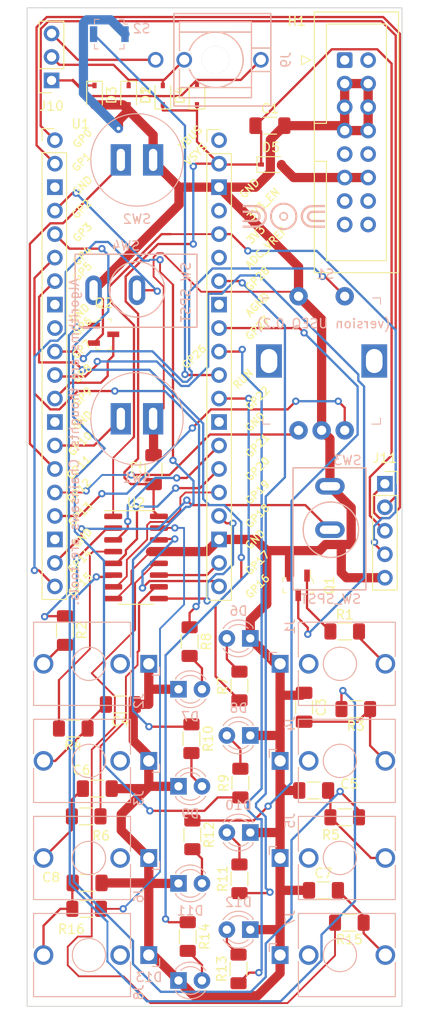
<source format=kicad_pcb>
(kicad_pcb (version 20211014) (generator pcbnew)
  (layers (0 "F.Cu" signal) (31 "B.Cu" signal) (34 "B.Paste" user) (35 "F.Paste" user) (36 "B.SilkS" user "B.Silkscreen") (37 "F.SilkS" user "F.Silkscreen") (38 "B.Mask" user) (39 "F.Mask" user) (44 "Edge.Cuts" user))
  (net 0 "")
  (net 1 "/5V")
  (net 2 "GND")
  (net 3 "Net-(C3-Pad2)")
  (net 4 "Net-(C4-Pad2)")
  (net 5 "Net-(D1-Pad2)")
  (net 6 "Net-(D5-Pad2)")
  (net 7 "Net-(D6-Pad2)")
  (net 8 "Net-(D7-Pad2)")
  (net 9 "Net-(D8-Pad2)")
  (net 10 "Net-(D9-Pad2)")
  (net 11 "Net-(D10-Pad2)")
  (net 12 "Net-(D11-Pad2)")
  (net 13 "Net-(D12-Pad2)")
  (net 14 "Net-(D13-Pad2)")
  (net 23 "Net-(J1-PadT)")
  (net 25 "Net-(D3-Pad1)")
  (net 29 "Net-(J2-PadT)")
  (net 31 "Net-(C5-Pad2)")
  (net 33 "Net-(C6-Pad2)")
  (net 35 "Net-(C7-Pad2)")
  (net 37 "Net-(Q1-Pad3)")
  (net 38 "Net-(Q2-Pad3)")
  (net 40 "/PWM Out 2")
  (net 41 "/D Out 1")
  (net 42 "/D Out 2")
  (net 43 "Net-(R7-Pad1)")
  (net 44 "Net-(R8-Pad1)")
  (net 45 "Net-(R9-Pad1)")
  (net 46 "Net-(R10-Pad1)")
  (net 47 "Net-(R11-Pad1)")
  (net 48 "Net-(R12-Pad1)")
  (net 49 "Net-(R13-Pad1)")
  (net 50 "Net-(R14-Pad1)")
  (net 51 "/D Out 3")
  (net 52 "/D Out 4")
  (net 54 "Net-(S1-Pad1)")
  (net 55 "Net-(S1-PadA)")
  (net 56 "Net-(S1-PadB)")
  (net 57 "Net-(S2-Pad2)")
  (net 58 "Net-(SW1-Pad2)")
  (net 59 "Net-(SW2-Pad2)")
  (net 60 "Net-(SW3-Pad2)")
  (net 61 "Net-(SW4-Pad2)")
  (net 62 "Net-(J11-Pad1)")
  (net 63 "Net-(J11-Pad2)")
  (net 68 "Net-(U1-Pad21)")
  (net 69 "Net-(U1-Pad22)")
  (net 70 "Net-(U1-Pad24)")
  (net 71 "Net-(U1-Pad25)")
  (net 72 "Net-(U1-Pad26)")
  (net 73 "Net-(U1-Pad27)")
  (net 77 "Net-(C8-Pad2)")
  (net 80 "Net-(J10-Pad3)")
  (net 81 "/PWM Out 1")
  (net 82 "/3V3")
  (net 83 "Net-(Q1-Pad1)")
  (net 84 "Net-(Q2-Pad1)")
  (footprint "Package_SO:SOIC-16_3.9x9.9mm_P1.27mm" (layer "F.Cu") (at 157.4 79.5)
    (fp_text reference "U2")
    (fp_text value "4504")
  )
  (footprint "Resistor_SMD:R_1206_3216Metric_Pad1.30x1.75mm_HandSolder" (layer "F.Cu") (at 163.4 99.1 -90)
    (fp_text reference "R10")
    (fp_text value "1k")
  )
  (footprint "Resistor_SMD:R_1206_3216Metric_Pad1.30x1.75mm_HandSolder" (layer "F.Cu") (at 180.5 119 180)
    (fp_text reference "R15")
    (fp_text value "1k")
  )
  (footprint "Resistor_SMD:R_1206_3216Metric_Pad1.30x1.75mm_HandSolder" (layer "F.Cu") (at 149.7 87.4 -90)
    (fp_text reference "R2")
    (fp_text value "100k")
  )
  (footprint "Capacitor_SMD:C_1206_3216Metric_Pad1.33x1.80mm_HandSolder" (layer "F.Cu") (at 153.2 104.5 180)
    (fp_text reference "C6")
    (fp_text value "(10n)")
  )
  (footprint "Resistor_SMD:R_1206_3216Metric_Pad1.30x1.75mm_HandSolder" (layer "F.Cu") (at 181.2 95.9 180)
    (fp_text reference "R3")
    (fp_text value "1k")
  )
  (footprint "Capacitor_SMD:C_1206_3216Metric_Pad1.33x1.80mm_HandSolder" (layer "F.Cu") (at 175.6 95.7 -90)
    (fp_text reference "C3")
    (fp_text value "10n")
  )
  (footprint "digikey-footprints:SOT-23-3" (layer "F.Cu") (at 174.966 82.506 -90)
    (fp_text reference "Q1")
    (fp_text value "2N3904")
  )
  (footprint "MCU_RaspberryPi_and_Boards:RPi_Pico_Pinheaders" (layer "F.Cu") (at 157.5 58.5)
    (fp_text reference "U1")
    (fp_text value "Pico")
  )
  (footprint "Capacitor_SMD:C_1206_3216Metric_Pad1.33x1.80mm_HandSolder" (layer "F.Cu") (at 155.7 95.4 180)
    (fp_text reference "C4")
    (fp_text value "10n")
  )
  (footprint "Resistor_SMD:R_1206_3216Metric_Pad1.30x1.75mm_HandSolder" (layer "F.Cu") (at 152.05 117.5)
    (fp_text reference "R16")
    (fp_text value "1k")
  )
  (footprint "Resistor_SMD:R_1206_3216Metric_Pad1.30x1.75mm_HandSolder" (layer "F.Cu") (at 163 120.5 -90)
    (fp_text reference "R14")
    (fp_text value "1k")
  )
  (footprint "Diode_SMD:D_SOD-323" (layer "F.Cu") (at 152.9 29.5 -90)
    (fp_text reference "D3")
    (fp_text value "1N5819")
  )
  (footprint "Resistor_SMD:R_1206_3216Metric_Pad1.30x1.75mm_HandSolder" (layer "F.Cu") (at 180 107.6)
    (fp_text reference "R5")
    (fp_text value "1k")
  )
  (footprint "Connector_PinSocket_2.54mm:PinSocket_1x03_P2.54mm_Vertical" (layer "F.Cu") (at 148.25 27.905 180)
    (fp_text reference "J10")
    (fp_text value "Conn_01x03")
  )
  (footprint "Capacitor_SMD:C_1206_3216Metric_Pad1.33x1.80mm_HandSolder" (layer "F.Cu") (at 177.7 115.5)
    (fp_text reference "C7")
    (fp_text value "(10n)")
  )
  (footprint "Resistor_SMD:R_1206_3216Metric_Pad1.30x1.75mm_HandSolder" (layer "F.Cu") (at 163.5 109.5 -90)
    (fp_text reference "R12")
    (fp_text value "1k")
  )
  (footprint "Resistor_SMD:R_1206_3216Metric_Pad1.30x1.75mm_HandSolder" (layer "F.Cu") (at 180 87.5)
    (fp_text reference "R1")
    (fp_text value "100k")
  )
  (footprint "Capacitor_SMD:C_1206_3216Metric_Pad1.33x1.80mm_HandSolder" (layer "F.Cu") (at 152.1 114.7 180)
    (fp_text reference "C8")
    (fp_text value "(10n)")
  )
  (footprint "Connector_IDC:IDC-Header_2x08_P2.54mm_Vertical" (layer "F.Cu") (at 179.9975 25.71)
    (fp_text reference "H1")
    (fp_text value "PIN_HEADER_2x8")
  )
  (footprint "Diode_SMD:D_SOD-323" (layer "F.Cu") (at 164 29.5 90)
    (fp_text reference "D4")
    (fp_text value "1N5819")
  )
  (footprint "Resistor_SMD:R_1206_3216Metric_Pad1.30x1.75mm_HandSolder" (layer "F.Cu") (at 152 107.5)
    (fp_text reference "R6")
    (fp_text value "1k")
  )
  (footprint "Resistor_SMD:R_1206_3216Metric_Pad1.30x1.75mm_HandSolder" (layer "F.Cu") (at 168.5 124 90)
    (fp_text reference "R13")
    (fp_text value "1k")
  )
  (footprint "digikey-footprints:SOT-23-3" (layer "F.Cu") (at 153.884 55.362)
    (fp_text reference "Q2")
    (fp_text value "2N3904")
  )
  (footprint "Diode_SMD:D_SOD-323" (layer "F.Cu") (at 156.6 29.5 -90)
    (fp_text reference "D2")
    (fp_text value "1N5819")
  )
  (footprint "Resistor_SMD:R_1206_3216Metric_Pad1.30x1.75mm_HandSolder" (layer "F.Cu") (at 168.6 93.4 90)
    (fp_text reference "R7")
    (fp_text value "1k")
  )
  (footprint "Resistor_SMD:R_1206_3216Metric_Pad1.30x1.75mm_HandSolder" (layer "F.Cu") (at 168.6 114.25 90)
    (fp_text reference "R11")
    (fp_text value "1k")
  )
  (footprint "Resistor_SMD:R_1206_3216Metric_Pad1.30x1.75mm_HandSolder" (layer "F.Cu") (at 163.2 88.6 -90)
    (fp_text reference "R8")
    (fp_text value "1k")
  )
  (footprint "Capacitor_SMD:C_1206_3216Metric_Pad1.33x1.80mm_HandSolder" (layer "F.Cu") (at 171.9 32.8)
    (fp_text reference "C1")
    (fp_text value "10u")
  )
  (footprint "Diode_SMD:D_SOD-323" (layer "F.Cu") (at 172 37)
    (fp_text reference "D5")
    (fp_text value "1N5819")
  )
  (footprint "Capacitor_SMD:C_1206_3216Metric_Pad1.33x1.80mm_HandSolder" (layer "F.Cu") (at 159.3 70 90)
    (fp_text reference "C2")
    (fp_text value "100n")
  )
  (footprint "Capacitor_SMD:C_1206_3216Metric_Pad1.33x1.80mm_HandSolder" (layer "F.Cu") (at 176.6375 104.7)
    (fp_text reference "C5")
    (fp_text value "(10n)")
  )
  (footprint "Resistor_SMD:R_1206_3216Metric_Pad1.30x1.75mm_HandSolder" (layer "F.Cu") (at 168.7 103.9 90)
    (fp_text reference "R9")
    (fp_text value "1k")
  )
  (footprint "Resistor_SMD:R_1206_3216Metric_Pad1.30x1.75mm_HandSolder" (layer "F.Cu") (at 150.6 98 180)
    (fp_text reference "R4")
    (fp_text value "1k")
  )
  (footprint "Diode_SMD:D_SOD-323" (layer "F.Cu") (at 160.3 29.5 90)
    (fp_text reference "D1")
    (fp_text value "1N5819")
  )
  (footprint "Connector_PinSocket_2.54mm:PinSocket_1x05_P2.54mm_Vertical" (layer "F.Cu") (at 184.35 71.53)
    (fp_text reference "J11")
    (fp_text value "Conn_01x05")
  )
  (footprint "benjiaomodular:ToggleSwitch_MTS-101_SPST" (layer "B.Cu") (at 178.5 76.5 180)
    (fp_text reference "SW3")
    (fp_text value "SW_SPST")
  )
  (footprint "Eurocad:PBS-105" (layer "B.Cu") (at 157.5 36.5 180)
    (fp_text reference "SW2")
    (fp_text value "SW_Push")
  )
  (footprint "LED_THT:LED_D3.0mm" (layer "B.Cu") (at 169.775 119.75 180)
    (fp_text reference "D12")
    (fp_text value "LED")
  )
  (footprint "LED_THT:LED_D3.0mm" (layer "B.Cu") (at 169.775 88.25 180)
    (fp_text reference "D6")
    (fp_text value "LED")
  )
  (footprint "digikey-footprints:Switch_Tactile_SMD_B3U-1000P" (layer "B.Cu") (at 154.5 22.9 180)
    (fp_text reference "S2")
    (fp_text value "B3U-1000P")
  )
  (footprint "LOGO" (layer "B.Cu") (at 173.4 42.6 180)
    (fp_text reference "G***" hide)
    (fp_text value "LOGO" hide)
  )
  (footprint "Eurocad:PBS-105" (layer "B.Cu") (at 157.5 64.5 180)
    (fp_text reference "SW1")
    (fp_text value "SW_Push")
  )
  (footprint "Connector_Audio:Jack_3.5mm_QingPu_WQP-PJ398SM_Vertical_CircularHoles" (layer "B.Cu") (at 173 122.5 -90)
    (fp_text reference "J7")
    (fp_text value "AudioJack2_SwitchT")
  )
  (footprint "LED_THT:LED_D3.0mm" (layer "B.Cu") (at 162 125.25)
    (fp_text reference "D13")
    (fp_text value "LED")
  )
  (footprint "Connector_Audio:Jack_3.5mm_QingPu_WQP-PJ398SM_Vertical_CircularHoles" (layer "B.Cu") (at 173 101.5 -90)
    (fp_text reference "J4")
    (fp_text value "AudioJack2_SwitchT")
  )
  (footprint "LED_THT:LED_D3.0mm" (layer "B.Cu") (at 162 93.75)
    (fp_text reference "D7")
    (fp_text value "LED")
  )
  (footprint "Connector_Audio:Jack_3.5mm_QingPu_WQP-PJ398SM_Vertical_CircularHoles" (layer "B.Cu") (at 158.78 101.5 90)
    (fp_text reference "J3")
    (fp_text value "AudioJack2_SwitchT")
  )
  (footprint "LED_THT:LED_D3.0mm" (layer "B.Cu") (at 162 104.25)
    (fp_text reference "D9")
    (fp_text value "LED")
  )
  (footprint "w_connector:PJ366ST" (layer "B.Cu") (at 166 25.675 90)
    (fp_text reference "J9")
    (fp_text value "PJ366ST")
  )
  (footprint "Connector_Audio:Jack_3.5mm_QingPu_WQP-PJ398SM_Vertical_CircularHoles" (layer "B.Cu") (at 173 91 -90)
    (fp_text reference "J1")
    (fp_text value "AudioJack2_SwitchT")
  )
  (footprint "Connector_Audio:Jack_3.5mm_QingPu_WQP-PJ398SM_Vertical_CircularHoles" (layer "B.Cu") (at 158.78 122.5 90)
    (fp_text reference "J8")
    (fp_text value "AudioJack2_SwitchT")
  )
  (footprint "Connector_Audio:Jack_3.5mm_QingPu_WQP-PJ398SM_Vertical_CircularHoles" (layer "B.Cu") (at 158.78 112 90)
    (fp_text reference "J6")
    (fp_text value "AudioJack2_SwitchT")
  )
  (footprint "LED_THT:LED_D3.0mm" (layer "B.Cu") (at 162 114.75)
    (fp_text reference "D11")
    (fp_text value "LED")
  )
  (footprint "LED_THT:LED_D3.0mm" (layer "B.Cu") (at 169.775 109.25 180)
    (fp_text reference "D10")
    (fp_text value "LED")
  )
  (footprint "digikey-footprints:Rotary_Encoder_Switched_PEC11R" (layer "B.Cu") (at 183.2 58.25 180)
    (fp_text reference "S1")
    (fp_text value "PEC11R-4215F-S0024")
  )
  (footprint "Connector_Audio:Jack_3.5mm_QingPu_WQP-PJ398SM_Vertical_CircularHoles" (layer "B.Cu") (at 158.78 91 90)
    (fp_text reference "J2")
    (fp_text value "AudioJack2_SwitchT")
  )
  (footprint "LED_THT:LED_D3.0mm" (layer "B.Cu") (at 169.775 98.75 180)
    (fp_text reference "D8")
    (fp_text value "LED")
  )
  (footprint "benjiaomodular:ToggleSwitch_MTS-101_SPST" (layer "B.Cu") (at 157.5 50.5 -90)
    (fp_text reference "SW4")
    (fp_text value "SW_SPST")
  )
  (footprint "Connector_Audio:Jack_3.5mm_QingPu_WQP-PJ398SM_Vertical_CircularHoles" (layer "B.Cu") (at 173 112 -90)
    (fp_text reference "J5")
    (fp_text value "AudioJack2_SwitchT")
  )
  (gr_rect (start 145.6 20.05) (end 186.2 128.05) (layer "Edge.Cuts") (width 0.1) (fill none))
  (gr_text "Algorithms are thoughts. Chainsaws are tools." (at 150.7 67 90) (layer "B.SilkS") (effects (font (size 1 1)) (justify mirror)))
  (gr_text "(version USEQ 0.2)" (at 177.7 54.2) (layer "B.SilkS") (effects (font (size 1 1)) (justify mirror)))
  (segment (start 164 34.52) (end 166.39 36.91) (width 0.25) (layer "F.Cu") (net 1))
  (segment (start 185.074991 68.455987) (end 182.725969 70.805009) (width 0.25) (layer "F.Cu") (net 1))
  (segment (start 157.624031 53.155763) (end 156.27548 51.807212) (width 0.25) (layer "F.Cu") (net 1))
  (segment (start 160.3 31.15) (end 160.3 30.55) (width 0.25) (layer "F.Cu") (net 1))
  (segment (start 164 31.15) (end 164 30.55) (width 0.25) (layer "F.Cu") (net 1))
  (segment (start 159.3 71.5625) (end 156.837886 71.5625) (width 0.25) (layer "F.Cu") (net 1))
  (segment (start 170.95 37) (end 170.95 33.4125) (width 0.25) (layer "F.Cu") (net 1))
  (segment (start 160.3 31.15) (end 164 31.15) (width 0.25) (layer "F.Cu") (net 1))
  (segment (start 163.6 37.2) (end 163.89 36.91) (width 0.25) (layer "F.Cu") (net 1))
  (segment (start 156.150969 70.875583) (end 156.150969 70.275377) (width 0.25) (layer "F.Cu") (net 1))
  (segment (start 185.074991 26.09) (end 185.074991 68.455987) (width 0.25) (layer "F.Cu") (net 1))
  (segment (start 170.95 33.4125) (end 170.3375 32.8) (width 0.25) (layer "F.Cu") (net 1))
  (segment (start 182.725969 74.985969) (end 184.35 76.61) (width 0.25) (layer "F.Cu") (net 1))
  (segment (start 156.27548 51.807212) (end 156.27548 49.10404) (width 0.25) (layer "F.Cu") (net 1))
  (segment (start 183.52048 24.535489) (end 185.074991 26.09) (width 0.25) (layer "F.Cu") (net 1))
  (segment (start 178.602011 24.535489) (end 183.52048 24.535489) (width 0.25) (layer "F.Cu") (net 1))
  (segment (start 170.95 37) (end 166.48 37) (width 0.25) (layer "F.Cu") (net 1))
  (segment (start 170.35 32.8125) (end 170.3375 32.8) (width 1) (layer "F.Cu") (net 1))
  (segment (start 156.150969 70.275377) (end 157.624031 68.802315) (width 0.25) (layer "F.Cu") (net 1))
  (segment (start 170.3375 32.8) (end 178.602011 24.535489) (width 0.25) (layer "F.Cu") (net 1))
  (segment (start 182.725969 70.805009) (end 182.725969 74.985969) (width 0.25) (layer "F.Cu") (net 1))
  (segment (start 166.48 37) (end 166.39 36.91) (width 0.25) (layer "F.Cu") (net 1))
  (segment (start 163.89 36.91) (end 166.39 36.91) (width 0.25) (layer "F.Cu") (net 1))
  (segment (start 170.86 36.91) (end 170.95 37) (width 0.25) (layer "F.Cu") (net 1))
  (segment (start 164 31.15) (end 164 34.52) (width 0.25) (layer "F.Cu") (net 1))
  (segment (start 159.3 71.5625) (end 159.3 74.48) (width 0.25) (layer "F.Cu") (net 1))
  (segment (start 156.837886 71.5625) (end 156.150969 70.875583) (width 0.25) (layer "F.Cu") (net 1))
  (segment (start 157.624031 68.802315) (end 157.624031 53.155763) (width 0.25) (layer "F.Cu") (net 1))
  (segment (start 159.77952 45.6) (end 163.6 45.6) (width 0.25) (layer "F.Cu") (net 1))
  (segment (start 159.3 74.48) (end 159.875 75.055) (width 0.25) (layer "F.Cu") (net 1))
  (segment (start 156.27548 49.10404) (end 159.77952 45.6) (width 0.25) (layer "F.Cu") (net 1))
  (via (at 163.6 37.2) (size 0.8) (drill 0.4) (layers "F.Cu" "B.Cu") (net 1))
  (via (at 163.6 45.6) (size 0.8) (drill 0.4) (layers "F.Cu" "B.Cu") (net 1))
  (segment (start 163.6 45.6) (end 163.6 37.2) (width 0.25) (layer "B.Cu") (net 1))
  (segment (start 170.349022 39.45) (end 171.949511 37.849511) (width 1) (layer "F.Cu") (net 2))
  (segment (start 159.25 36.5) (end 159.25 33.8) (width 1) (layer "F.Cu") (net 2))
  (segment (start 158.78 95.38) (end 158.78 93.68) (width 1) (layer "F.Cu") (net 2))
  (segment (start 158.78 93.68) (end 158.78 91) (width 1) (layer "F.Cu") (net 2))
  (segment (start 157.2825 95.38) (end 157.2625 95.4) (width 1) (layer "F.Cu") (net 2))
  (segment (start 159.25 33.8) (end 156.6 31.15) (width 1) (layer "F.Cu") (net 2))
  (segment (start 159.3 47.010741) (end 159.3 49.12452) (width 0.2) (layer "F.Cu") (net 2))
  (segment (start 173 109.2) (end 173 104.2) (width 1) (layer "F.Cu") (net 2))
  (segment (start 177.5 53.75) (end 175 51.25) (width 1) (layer "F.Cu") (net 2))
  (segment (start 175 48.06) (end 166.39 39.45) (width 1) (layer "F.Cu") (net 2))
  (segment (start 166.39 39.45) (end 170.349022 39.45) (width 1) (layer "F.Cu") (net 2))
  (segment (start 163.64952 126.89952) (end 170.56548 126.89952) (width 1) (layer "F.Cu") (net 2))
  (segment (start 158.81 104.25) (end 162 104.25) (width 1) (layer "F.Cu") (net 2))
  (segment (start 164.44877 50.759511) (end 160.289748 46.600489) (width 0.2) (layer "F.Cu") (net 2))
  (segment (start 174.172201 78.761799) (end 177.261799 78.761799) (width 1) (layer "F.Cu") (net 2))
  (segment (start 175 51.25) (end 174.509511 50.759511) (width 0.2) (layer "F.Cu") (net 2))
  (segment (start 155.8 107.26) (end 155.8 109.02) (width 1) (layer "F.Cu") (net 2))
  (segment (start 154.925 83.945) (end 155.265717 83.945) (width 0.2) (layer "F.Cu") (net 2))
  (segment (start 159.710252 46.600489) (end 159.3 47.010741) (width 0.2) (layer "F.Cu") (net 2))
  (segment (start 152.834 56.312) (end 153.808511 55.337489) (width 0.25) (layer "F.Cu") (net 2))
  (segment (start 175 51.25) (end 175 48.06) (width 1) (layer "F.Cu") (net 2))
  (segment (start 158.81 104.25) (end 155.8 107.26) (width 1) (layer "F.Cu") (net 2))
  (segment (start 175.075 104.7) (end 173.5 104.7) (width 1) (layer "F.Cu") (net 2))
  (segment (start 173 94.4) (end 173 91) (width 1) (layer "F.Cu") (net 2))
  (segment (start 159.3 68.4375) (end 159.3 64.55) (width 1) (layer "F.Cu") (net 2))
  (segment (start 158.968598 78.865) (end 159.875 78.865) (width 1) (layer "F.Cu") (net 2))
  (segment (start 180.18 81.69) (end 179.62952 81.13952) (width 1) (layer "F.Cu") (net 2))
  (segment (start 169.775 86.248598) (end 171.561799 84.461799) (width 1) (layer "F.Cu") (net 2))
  (segment (start 159.25 36.65) (end 162.05 39.45) (width 1) (layer "F.Cu") (net 2))
  (segment (start 169.775 88.25) (end 169.775 86.248598) (width 1) (layer "F.Cu") (net 2))
  (segment (start 173 122.5) (end 173 119.8) (width 1) (layer "F.Cu") (net 2))
  (segment (start 172.95 109.25) (end 169.775 109.25) (width 1) (layer "F.Cu") (net 2))
  (segment (start 182.5375 30.79) (end 182.5375 28.25) (width 1) (layer "F.Cu") (net 2))
  (segment (start 184.35 81.69) (end 180.18 81.69) (width 1) (layer "F.Cu") (net 2))
  (segment (start 173 124.465) (end 173 122.5) (width 1) (layer "F.Cu") (net 2))
  (segment (start 160.289748 46.600489) (end 159.710252 46.600489) (width 0.2) (layer "F.Cu") (net 2))
  (segment (start 173 91) (end 172.525 91) (width 1) (layer "F.Cu") (net 2))
  (segment (start 158.56 104.5) (end 158.78 104.28) (width 1) (layer "F.Cu") (net 2))
  (segment (start 158.78 100.98) (end 157.1 99.3) (width 1) (layer "F.Cu") (net 2))
  (segment (start 159.25 122.5) (end 162 125.25) (width 1) (layer "F.Cu") (net 2))
  (segment (start 153.6625 114.7) (end 158.66 114.7) (width 1) (layer "F.Cu") (net 2))
  (segment (start 171.561799 78.761799) (end 174.172201 78.761799) (width 1) (layer "F.Cu") (net 2))
  (segment (start 159.05 114.75) (end 162 114.75) (width 1) (layer "F.Cu") (net 2))
  (segment (start 155.5 33.1) (end 155.5 32.25) (width 1) (layer "F.Cu") (net 2))
  (segment (start 154.7625 104.5) (end 158.56 104.5) (width 1) (layer "F.Cu") (net 2))
  (segment (start 156.9 82.310717) (end 156.9 80.933598) (width 0.2) (layer "F.Cu") (net 2))
  (segment (start 178.4 71.8) (end 178.4 66.65) (width 1) (layer "F.Cu") (net 2))
  (segment (start 171.949511 37.849511) (end 171.949511 34.312989) (width 1) (layer "F.Cu") (net 2))
  (segment (start 159.3 49.12452) (end 160.399511 50.224031) (width 0.2) (layer "F.Cu") (net 2))
  (segment (start 158.78 104.28) (end 158.81 104.25) (width 1) (layer "F.Cu") (net 2))
  (segment (start 173 98.1) (end 173 94.4) (width 1) (layer "F.Cu") (net 2))
  (segment (start 182.5375 33.33) (end 182.5375 30.79) (width 1) (layer "F.Cu") (net 2))
  (segment (start 155.5 32.25) (end 156.6 31.15) (width 1) (layer "F.Cu") (net 2))
  (segment (start 158.78 115.02) (end 158.78 114.58) (width 1) (layer "F.Cu") (net 2))
  (segment (start 158.66 114.7) (end 158.78 114.58) (width 1) (layer "F.Cu") (net 2))
  (segment (start 178.4 66.65) (end 177.5 65.75) (width 1) (layer "F.Cu") (net 2))
  (segment (start 157.1 99.3) (end 157.1 95.5625) (width 1) (layer "F.Cu") (net 2))
  (segment (start 162.05 41.35) (end 162.05 39.45) (width 1) (layer "F.Cu") (net 2))
  (segment (start 158.78 104.28) (end 158.78 101.5) (width 1) (layer "F.Cu") (net 2))
  (segment (start 174.016 81.456) (end 174.016 78.918) (width 1) (layer "F.Cu") (net 2))
  (segment (start 171.561799 84.461799) (end 171.561799 84.549299) (width 1) (layer "F.Cu") (net 2))
  (segment (start 166.39 77.55) (end 165.075 78.865) (width 1) (layer "F.Cu") (net 2))
  (segment (start 171.949511 34.312989) (end 173.4625 32.8) (width 1) (layer "F.Cu") (net 2))
  (segment (start 177.261799 78.761799) (end 177.924078 78.09952) (width 1) (layer "F.Cu") (net 2))
  (segment (start 158.78 93.68) (end 158.85 93.75) (width 1) (layer "F.Cu") (net 2))
  (segment (start 155.8 109.02) (end 158.78 112) (width 1) (layer "F.Cu") (net 2))
  (segment (start 173 119.8) (end 172.95 119.75) (width 1) (layer "F.Cu") (net 2))
  (segment (start 172.95 119.75) (end 169.775 119.75) (width 1) (layer "F.Cu") (net 2))
  (segment (start 179.62952 81.13952) (end 179.62952 78.09952) (width 1) (layer "F.Cu") (net 2))
  (segment (start 155.265717 83.945) (end 156.9 82.310717) (width 0.2) (layer "F.Cu") (net 2))
  (segment (start 160.399511 50.224031) (end 160.399511 63.350489) (width 0.2) (layer "F.Cu") (net 2))
  (segment (start 153.808511 51.608511) (end 152.8 50.6) (width 0.25) (layer "F.Cu") (net 2))
  (segment (start 157.1 95.5625) (end 157.2625 95.4) (width 1) (layer "F.Cu") (net 2))
  (segment (start 179.9975 30.79) (end 179.9975 33.33) (width 1) (layer "F.Cu") (net 2))
  (segment (start 158.78 101.5) (end 158.78 100.98) (width 1) (layer "F.Cu") (net 2))
  (segment (start 166.39 77.55) (end 170.35 77.55) (width 1) (layer "F.Cu") (net 2))
  (segment (start 177.924078 78.09952) (end 179.62952 78.09952) (width 1) (layer "F.Cu") (net 2))
  (segment (start 177.5 65.75) (end 177.5 53.75) (width 1) (layer "F.Cu") (net 2))
  (segment (start 160.399511 63.350489) (end 159.25 64.5) (width 0.2) (layer "F.Cu") (net 2))
  (segment (start 173 112) (end 173 109.2) (width 1) (layer "F.Cu") (net 2))
  (segment (start 171.561799 84.461799) (end 171.561799 78.761799) (width 1) (layer "F.Cu") (net 2))
  (segment (start 158.78 95.38) (end 157.2825 95.38) (width 1) (layer "F.Cu") (net 2))
  (segment (start 159.25 36.5) (end 159.25 36.65) (width 1) (layer "F.Cu") (net 2))
  (segment (start 173 104.2) (end 173 101.5) (width 1) (layer "F.Cu") (net 2))
  (segment (start 156 30.55) (end 152.9 30.55) (width 1) (layer "F.Cu") (net 2))
  (segment (start 173 101.5) (end 173 98.1) (width 1) (layer "F.Cu") (net 2))
  (segment (start 182.5375 28.25) (end 179.9975 28.25) (width 1) (layer "F.Cu") (net 2))
  (segment (start 162.05 39.45) (end 166.39 39.45) (width 1) (layer "F.Cu") (net 2))
  (segment (start 153.808511 55.337489) (end 153.808511 51.608511) (width 0.25) (layer "F.Cu") (net 2))
  (segment (start 152.8 50.6) (end 154.3 49.1) (width 1) (layer "F.Cu") (net 2))
  (segment (start 180.40048 78.09952) (end 180.69952 77.80048) (width 1) (layer "F.Cu") (net 2))
  (segment (start 179.9975 28.25) (end 179.9975 30.79) (width 1) (layer "F.Cu") (net 2))
  (segment (start 173 109.2) (end 172.95 109.25) (width 1) (layer "F.Cu") (net 2))
  (segment (start 158.78 122.5) (end 159.25 122.5) (width 1) (layer "F.Cu") (net 2))
  (segment (start 173 119.8) (end 173 115.5) (width 1) (layer "F.Cu") (net 2))
  (segment (start 180.69952 74.09952) (end 178.4 71.8) (width 1) (layer "F.Cu") (net 2))
  (segment (start 176.1375 115.5) (end 173 115.5) (width 1) (layer "F.Cu") (net 2))
  (segment (start 179.62952 78.09952) (end 180.40048 78.09952) (width 1) (layer "F.Cu") (net 2))
  (segment (start 158.78 115.02) (end 159.05 114.75) (width 1) (layer "F.Cu") (net 2))
  (segment (start 159.3 64.55) (end 159.25 64.5) (width 1) (layer "F.Cu") (net 2))
  (segment (start 170.56548 126.89952) (end 173 124.465) (width 1) (layer "F.Cu") (net 2))
  (segment (start 180.69952 77.80048) (end 180.69952 74.09952) (width 1) (layer "F.Cu") (net 2))
  (segment (start 173.5 104.7) (end 173 104.2) (width 1) (layer "F.Cu") (net 2))
  (segment (start 158.78 122.5) (end 158.78 115.02) (width 1) (layer "F.Cu") (net 2))
  (segment (start 173 115.5) (end 173 112) (width 1) (layer "F.Cu") (net 2))
  (segment (start 156.6 31.15) (end 156 30.55) (width 1) (layer "F.Cu") (net 2))
  (segment (start 174.509511 50.759511) (end 164.44877 50.759511) (width 0.2) (layer "F.Cu") (net 2))
  (segment (start 175.3375 94.4) (end 175.6 94.1375) (width 1) (layer "F.Cu") (net 2))
  (segment (start 173 94.4) (end 175.3375 94.4) (width 1) (layer "F.Cu") (net 2))
  (segment (start 154.3 49.1) (end 162.05 41.35) (width 1) (layer "F.Cu") (net 2))
  (segment (start 172.35 98.75) (end 169.775 98.75) (width 1) (layer "F.Cu") (net 2))
  (segment (start 165.075 78.865) (end 159.875 78.865) (width 1) (layer "F.Cu") (net 2))
  (segment (start 179.9975 33.33) (end 182.5375 33.33) (width 1) (layer "F.Cu") (net 2))
  (segment (start 174.016 78.918) (end 174.172201 78.761799) (width 1) (layer "F.Cu") (net 2))
  (segment (start 158.78 114.58) (end 158.78 112) (width 1) (layer "F.Cu") (net 2))
  (segment (start 158.85 93.75) (end 162 93.75) (width 1) (layer "F.Cu") (net 2))
  (segment (start 172.525 91) (end 169.775 88.25) (width 1) (layer "F.Cu") (net 2))
  (segment (start 179.4675 32.8) (end 179.9975 33.33) (width 1) (layer "F.Cu") (net 2))
  (segment (start 162 125.25) (end 163.64952 126.89952) (width 1) (layer "F.Cu") (net 2))
  (segment (start 156.9 80.933598) (end 158.968598 78.865) (width 0.2) (layer "F.Cu") (net 2))
  (segment (start 173.4625 32.8) (end 179.4675 32.8) (width 1) (layer "F.Cu") (net 2))
  (segment (start 171.561799 78.761799) (end 170.35 77.55) (width 1) (layer "F.Cu") (net 2))
  (via (at 155.5 33.1) (size 0.8) (drill 0.4) (layers "F.Cu" "B.Cu") (net 2))
  (segment (start 151.700489 29.300489) (end 155.5 33.1) (width 1) (layer "B.Cu") (net 2))
  (segment (start 152.049511 21.350489) (end 151.700489 21.699511) (width 1) (layer "B.Cu") (net 2))
  (segment (start 154.650489 21.350489) (end 152.049511 21.350489) (width 1) (layer "B.Cu") (net 2))
  (segment (start 156.2 22.9) (end 154.650489 21.350489) (width 1) (layer "B.Cu") (net 2))
  (segment (start 151.700489 21.699511) (end 151.700489 29.300489) (width 1) (layer "B.Cu") (net 2))
  (segment (start 182.75 95.9) (end 182.75 99.85) (width 0.25) (layer "F.Cu") (net 3))
  (segment (start 175.6 97.2625) (end 181.3875 97.2625) (width 0.25) (layer "F.Cu") (net 3))
  (segment (start 182.75 99.85) (end 184.4 101.5) (width 0.25) (layer "F.Cu") (net 3))
  (segment (start 181.3875 97.2625) (end 182.75 95.9) (width 0.25) (layer "F.Cu") (net 3))
  (segment (start 152.15 98) (end 152.15 97.3875) (width 0.25) (layer "F.Cu") (net 4))
  (segment (start 147.38 101.5) (end 148.65 101.5) (width 0.25) (layer "F.Cu") (net 4))
  (segment (start 148.65 101.5) (end 152.15 98) (width 0.25) (layer "F.Cu") (net 4))
  (segment (start 152.15 97.3875) (end 154.1375 95.4) (width 0.25) (layer "F.Cu") (net 4))
  (segment (start 148.25 25.365) (end 149.1 26.215) (width 0.25) (layer "F.Cu") (net 5))
  (segment (start 154.965 26.215) (end 156.6 27.85) (width 0.25) (layer "F.Cu") (net 5))
  (segment (start 149.1 26.215) (end 154.965 26.215) (width 0.25) (layer "F.Cu") (net 5))
  (segment (start 160.445 27.85) (end 162.62 25.675) (width 0.25) (layer "F.Cu") (net 5))
  (segment (start 156.6 28.45) (end 156.6 27.85) (width 0.25) (layer "F.Cu") (net 5))
  (segment (start 160.3 28.45) (end 160.3 27.85) (width 0.25) (layer "F.Cu") (net 5))
  (segment (start 156.6 27.85) (end 160.3 27.85) (width 0.25) (layer "F.Cu") (net 5))
  (segment (start 160.3 27.85) (end 160.445 27.85) (width 0.25) (layer "F.Cu") (net 5))
  (segment (start 179.9975 38.41) (end 174.46 38.41) (width 1) (layer "F.Cu") (net 6))
  (segment (start 173.149031 37.099031) (end 173.149031 37) (width 1) (layer "F.Cu") (net 6))
  (segment (start 174.46 38.41) (end 173.149031 37.099031) (width 1) (layer "F.Cu") (net 6))
  (segment (start 179.9975 38.41) (end 182.5375 38.41) (width 1) (layer "F.Cu") (net 6))
  (segment (start 167.235 88.25) (end 167.235 90.485) (width 0.25) (layer "F.Cu") (net 7))
  (segment (start 167.235 90.485) (end 168.6 91.85) (width 0.25) (layer "F.Cu") (net 7))
  (segment (start 164.54 93.75) (end 164.54 91.49) (width 0.25) (layer "F.Cu") (net 8))
  (segment (start 164.54 91.49) (end 163.2 90.15) (width 0.25) (layer "F.Cu") (net 8))
  (segment (start 167.235 98.75) (end 168.7 100.215) (width 0.25) (layer "F.Cu") (net 9))
  (segment (start 168.7 100.215) (end 168.7 102.35) (width 0.25) (layer "F.Cu") (net 9))
  (segment (start 163.4 100.65) (end 163.4 103.11) (width 0.25) (layer "F.Cu") (net 10))
  (segment (start 163.4 103.11) (end 164.54 104.25) (width 0.25) (layer "F.Cu") (net 10))
  (segment (start 168.6 112.7) (end 168.6 110.615) (width 0.25) (layer "F.Cu") (net 11))
  (segment (start 168.6 110.615) (end 167.235 109.25) (width 0.25) (layer "F.Cu") (net 11))
  (segment (start 164.54 114.75) (end 164.54 112.09) (width 0.25) (layer "F.Cu") (net 12))
  (segment (start 164.54 112.09) (end 163.5 111.05) (width 0.25) (layer "F.Cu") (net 12))
  (segment (start 167.235 121.185) (end 167.235 119.75) (width 0.25) (layer "F.Cu") (net 13))
  (segment (start 168.5 122.45) (end 167.235 121.185) (width 0.25) (layer "F.Cu") (net 13))
  (segment (start 163 122.05) (end 164.54 123.59) (width 0.25) (layer "F.Cu") (net 14))
  (segment (start 164.54 123.59) (end 164.54 125.25) (width 0.25) (layer "F.Cu") (net 14))
  (segment (start 181.55 88.15) (end 184.4 91) (width 0.25) (layer "F.Cu") (net 23))
  (segment (start 181.55 87.5) (end 181.55 88.15) (width 0.25) (layer "F.Cu") (net 23))
  (segment (start 168.745 27.85) (end 164 27.85) (width 0.25) (layer "F.Cu") (net 25))
  (segment (start 152.2 29.6) (end 162.25 29.6) (width 0.25) (layer "F.Cu") (net 25))
  (segment (start 150.505 27.905) (end 152.2 29.6) (width 0.25) (layer "F.Cu") (net 25))
  (segment (start 170.92 25.675) (end 168.745 27.85) (width 0.25) (layer "F.Cu") (net 25))
  (segment (start 148.25 27.905) (end 150.505 27.905) (width 0.25) (layer "F.Cu") (net 25))
  (segment (start 150.505 27.905) (end 150.56 27.85) (width 0.25) (layer "F.Cu") (net 25))
  (segment (start 150.56 27.85) (end 151.16 28.45) (width 0.25) (layer "F.Cu") (net 25))
  (segment (start 162.25 29.6) (end 164 27.85) (width 0.25) (layer "F.Cu") (net 25))
  (segment (start 151.16 28.45) (end 152.9 28.45) (width 0.25) (layer "F.Cu") (net 25))
  (segment (start 164 28.45) (end 164 27.85) (width 0.25) (layer "F.Cu") (net 25))
  (segment (start 147.38 91) (end 149.43 88.95) (width 0.25) (layer "F.Cu") (net 29))
  (segment (start 149.43 88.95) (end 149.7 88.95) (width 0.25) (layer "F.Cu") (net 29))
  (segment (start 178.45 107.6) (end 182.85 112) (width 0.25) (layer "F.Cu") (net 31))
  (segment (start 178.45 107.6) (end 178.45 104.95) (width 0.25) (layer "F.Cu") (net 31))
  (segment (start 182.85 112) (end 184.4 112) (width 0.25) (layer "F.Cu") (net 31))
  (segment (start 178.45 104.95) (end 178.2 104.7) (width 0.25) (layer "F.Cu") (net 31))
  (segment (start 147.38 112) (end 150.45 108.93) (width 0.25) (layer "F.Cu") (net 33))
  (segment (start 150.45 107.5) (end 150.45 105.6875) (width 0.25) (layer "F.Cu") (net 33))
  (segment (start 150.45 105.6875) (end 151.6375 104.5) (width 0.25) (layer "F.Cu") (net 33))
  (segment (start 150.45 108.93) (end 150.45 107.5) (width 0.25) (layer "F.Cu") (net 33))
  (segment (start 179.2625 115.5) (end 182.05 118.2875) (width 0.25) (layer "F.Cu") (net 35))
  (segment (start 182.05 119) (end 182.05 120.15) (width 0.25) (layer "F.Cu") (net 35))
  (segment (start 182.05 118.2875) (end 182.05 119) (width 0.25) (layer "F.Cu") (net 35))
  (segment (start 182.05 120.15) (end 184.4 122.5) (width 0.25) (layer "F.Cu") (net 35))
  (segment (start 151.900103 59.924511) (end 153.2 58.624614) (width 0.25) (layer "F.Cu") (net 37))
  (segment (start 153.2 58.624614) (end 153.2 58.3) (width 0.25) (layer "F.Cu") (net 37))
  (segment (start 174.966 86.0535) (end 174.966 83.556) (width 0.25) (layer "F.Cu") (net 37))
  (segment (start 176 87.8) (end 176 87.0875) (width 0.25) (layer "F.Cu") (net 37))
  (segment (start 148.764511 59.924511) (end 151.900103 59.924511) (width 0.25) (layer "F.Cu") (net 37))
  (segment (start 176 87.0875) (end 174.966 86.0535) (width 0.25) (layer "F.Cu") (net 37))
  (segment (start 148.61 59.77) (end 148.764511 59.924511) (width 0.25) (layer "F.Cu") (net 37))
  (via (at 153.2 58.3) (size 0.8) (drill 0.4) (layers "F.Cu" "B.Cu") (net 37))
  (via (at 176 87.8) (size 0.8) (drill 0.4) (layers "F.Cu" "B.Cu") (net 37))
  (segment (start 166.699897 50.975489) (end 168.675386 49) (width 0.25) (layer "B.Cu") (net 37))
  (segment (start 168.675386 49) (end 170.775489 49) (width 0.25) (layer "B.Cu") (net 37))
  (segment (start 165.215489 50.975489) (end 166.699897 50.975489) (width 0.25) (layer "B.Cu") (net 37))
  (segment (start 163.110812 60.94952) (end 165.215489 58.844843) (width 0.25) (layer "B.Cu") (net 37))
  (segment (start 182.1 81.7) (end 176 87.8) (width 0.25) (layer "B.Cu") (net 37))
  (segment (start 162.289188 60.94952) (end 163.110812 60.94952) (width 0.25) (layer "B.Cu") (net 37))
  (segment (start 181.475489 60.375489) (end 182.1 61) (width 0.25) (layer "B.Cu") (net 37))
  (segment (start 170.775489 49) (end 181.475489 59.7) (width 0.25) (layer "B.Cu") (net 37))
  (segment (start 165.215489 58.844843) (end 165.215489 50.975489) (width 0.25) (layer "B.Cu") (net 37))
  (segment (start 153.2 58.3) (end 159.639668 58.3) (width 0.25) (layer "B.Cu") (net 37))
  (segment (start 159.639668 58.3) (end 162.289188 60.94952) (width 0.25) (layer "B.Cu") (net 37))
  (segment (start 182.1 61) (end 182.1 81.7) (width 0.25) (layer "B.Cu") (net 37))
  (segment (start 181.475489 59.7) (end 181.475489 60.375489) (width 0.25) (layer "B.Cu") (net 37))
  (segment (start 150.32 60.6) (end 153.6 60.6) (width 0.25) (layer "F.Cu") (net 38))
  (segment (start 148.61 62.31) (end 150.32 60.6) (width 0.25) (layer "F.Cu") (net 38))
  (segment (start 154.329 59.871) (end 154.329 58.287) (width 0.25) (layer "F.Cu") (net 38))
  (segment (start 153.6 60.6) (end 154.329 59.871) (width 0.25) (layer "F.Cu") (net 38))
  (segment (start 154.934 57.682) (end 154.934 55.362) (width 0.25) (layer "F.Cu") (net 38))
  (segment (start 154.329 58.287) (end 154.934 57.682) (width 0.25) (layer "F.Cu") (net 38))
  (segment (start 152.735 78.865) (end 154.925 78.865) (width 0.2) (layer "F.Cu") (net 40))
  (segment (start 149.05 98) (end 149.05 92.75) (width 0.25) (layer "F.Cu") (net 40))
  (segment (start 152.4 89.4) (end 152.4 79.2) (width 0.2) (layer "F.Cu") (net 40))
  (segment (start 152.4 79.2) (end 152.735 78.865) (width 0.2) (layer "F.Cu") (net 40))
  (segment (start 149.05 92.75) (end 152.4 89.4) (width 0.2) (layer "F.Cu") (net 40))
  (segment (start 181.55 106.85) (end 179.5 104.8) (width 0.25) (layer "F.Cu") (net 41))
  (segment (start 153.1 81.6) (end 154.73 81.6) (width 0.25) (layer "F.Cu") (net 41))
  (segment (start 181.55 107.6) (end 181.55 106.85) (width 0.25) (layer "F.Cu") (net 41))
  (segment (start 154.73 81.6) (end 154.925 81.405) (width 0.25) (layer "F.Cu") (net 41))
  (via (at 153.1 81.6) (size 0.8) (drill 0.4) (layers "F.Cu" "B.Cu") (net 41))
  (via (at 179.5 104.8) (size 0.8) (drill 0.4) (layers "F.Cu" "B.Cu") (net 41))
  (segment (start 174.239511 118.460489) (end 171.449031 121.250969) (width 0.25) (layer "B.Cu") (net 41))
  (segment (start 171.449031 121.250969) (end 171.449031 124.866449) (width 0.25) (layer "B.Cu") (net 41))
  (segment (start 171.449031 124.866449) (end 169.840969 126.474511) (width 0.25) (layer "B.Cu") (net 41))
  (segment (start 157.069511 123.469511) (end 157.069511 120.969511) (width 0.25) (layer "B.Cu") (net 41))
  (segment (start 174.239511 110.060489) (end 174.239511 118.460489) (width 0.25) (layer "B.Cu") (net 41))
  (segment (start 157.069511 120.969511) (end 150.671388 114.571388) (width 0.25) (layer "B.Cu") (net 41))
  (segment (start 160.074511 126.474511) (end 157.069511 123.469511) (width 0.25) (layer "B.Cu") (net 41))
  (segment (start 150.671388 114.571388) (end 150.671388 84.028612) (width 0.25) (layer "B.Cu") (net 41))
  (segment (start 179.5 104.8) (end 174.239511 110.060489) (width 0.25) (layer "B.Cu") (net 41))
  (segment (start 150.671388 84.028612) (end 153.1 81.6) (width 0.25) (layer "B.Cu") (net 41))
  (segment (start 169.840969 126.474511) (end 160.074511 126.474511) (width 0.25) (layer "B.Cu") (net 41))
  (segment (start 157.565489 91.134511) (end 157.565489 89.734511) (width 0.2) (layer "F.Cu") (net 42))
  (segment (start 157.72404 84.449888) (end 157.72404 89.57596) (width 0.25) (layer "F.Cu") (net 42))
  (segment (start 157.72404 89.57596) (end 157.565489 89.734511) (width 0.25) (layer "F.Cu") (net 42))
  (segment (start 153.55 107.5) (end 153.55 99.900462) (width 0.2) (layer "F.Cu") (net 42))
  (segment (start 159.498928 82.675) (end 157.72404 84.449888) (width 0.25) (layer "F.Cu") (net 42))
  (segment (start 153.55 99.900462) (end 156.30048 97.149982) (width 0.2) (layer "F.Cu") (net 42))
  (segment (start 156.30048 92.39952) (end 157.565489 91.134511) (width 0.2) (layer "F.Cu") (net 42))
  (segment (start 159.875 82.675) (end 159.498928 82.675) (width 0.25) (layer "F.Cu") (net 42))
  (segment (start 156.30048 97.149982) (end 156.30048 92.39952) (width 0.2) (layer "F.Cu") (net 42))
  (segment (start 146.904511 58.404511) (end 146.904511 51.315489) (width 0.25) (layer "F.Cu") (net 43))
  (segment (start 151.6 59.2) (end 150.804511 58.404511) (width 0.25) (layer "F.Cu") (net 43))
  (segment (start 150.804511 58.404511) (end 146.904511 58.404511) (width 0.25) (layer "F.Cu") (net 43))
  (segment (start 168.8 81.88101) (end 168.8 79.5) (width 0.25) (layer "F.Cu") (net 43))
  (segment (start 168.6 94.95) (end 166.010489 92.360489) (width 0.25) (layer "F.Cu") (net 43))
  (segment (start 146.904511 51.315489) (end 148.61 49.61) (width 0.25) (layer "F.Cu") (net 43))
  (segment (start 166.010489 92.360489) (end 166.010489 84.670521) (width 0.25) (layer "F.Cu") (net 43))
  (segment (start 166.010489 84.670521) (end 168.8 81.88101) (width 0.25) (layer "F.Cu") (net 43))
  (via (at 151.6 59.2) (size 0.8) (drill 0.4) (layers "F.Cu" "B.Cu") (net 43))
  (via (at 168.8 79.5) (size 0.8) (drill 0.4) (layers "F.Cu" "B.Cu") (net 43))
  (segment (start 164.674031 73.174031) (end 164.674031 65.013699) (width 0.25) (layer "B.Cu") (net 43))
  (segment (start 158.860332 59.2) (end 151.6 59.2) (width 0.25) (layer "B.Cu") (net 43))
  (segment (start 168.8 79.5) (end 168.8 75.675386) (width 0.25) (layer "B.Cu") (net 43))
  (segment (start 165.335489 73.835489) (end 164.674031 73.174031) (width 0.25) (layer "B.Cu") (net 43))
  (segment (start 168.8 75.675386) (end 166.960103 73.835489) (width 0.25) (layer "B.Cu") (net 43))
  (segment (start 164.674031 65.013699) (end 158.860332 59.2) (width 0.25) (layer "B.Cu") (net 43))
  (segment (start 166.960103 73.835489) (end 165.335489 73.835489) (width 0.25) (layer "B.Cu") (net 43))
  (segment (start 149.096499 63.484511) (end 148.123501 63.484511) (width 0.25) (layer "F.Cu") (net 44))
  (segment (start 146.4 61.76101) (end 146.4 49.28) (width 0.25) (layer "F.Cu") (net 44))
  (segment (start 148.123501 63.484511) (end 146.4 61.76101) (width 0.25) (layer "F.Cu") (net 44))
  (segment (start 151.08101 61.5) (end 149.096499 63.484511) (width 0.25) (layer "F.Cu") (net 44))
  (segment (start 163.2 87.05) (end 163.2 85.5) (width 0.25) (layer "F.Cu") (net 44))
  (segment (start 146.4 49.28) (end 148.61 47.07) (width 0.25) (layer "F.Cu") (net 44))
  (segment (start 155.1 61.5) (end 151.08101 61.5) (width 0.25) (layer "F.Cu") (net 44))
  (segment (start 163.2 85.5) (end 163.9 84.8) (width 0.25) (layer "F.Cu") (net 44))
  (via (at 155.1 61.5) (size 0.8) (drill 0.4) (layers "F.Cu" "B.Cu") (net 44))
  (via (at 163.9 84.8) (size 0.8) (drill 0.4) (layers "F.Cu" "B.Cu") (net 44))
  (segment (start 164.224511 65.199897) (end 160.524614 61.5) (width 0.25) (layer "B.Cu") (net 44))
  (segment (start 163.9 84.8) (end 164.224511 84.475489) (width 0.25) (layer "B.Cu") (net 44))
  (segment (start 164.224511 84.475489) (end 164.224511 65.199897) (width 0.25) (layer "B.Cu") (net 44))
  (segment (start 160.524614 61.5) (end 155.1 61.5) (width 0.25) (layer "B.Cu") (net 44))
  (segment (start 150.18 46.1) (end 148.61 44.53) (width 0.25) (layer "F.Cu") (net 45))
  (segment (start 168.7 105.45) (end 166.25 105.45) (width 0.25) (layer "F.Cu") (net 45))
  (segment (start 165.4 106.3) (end 164.8 106.9) (width 0.25) (layer "F.Cu") (net 45))
  (segment (start 166.25 105.45) (end 165.4 106.3) (width 0.25) (layer "F.Cu") (net 45))
  (segment (start 153.7 46.1) (end 150.18 46.1) (width 0.25) (layer "F.Cu") (net 45))
  (segment (start 164.8 106.9) (end 158.9 106.9) (width 0.25) (layer "F.Cu") (net 45))
  (via (at 153.7 46.1) (size 0.8) (drill 0.4) (layers "F.Cu" "B.Cu") (net 45))
  (via (at 158.9 106.9) (size 0.8) (drill 0.4) (layers "F.Cu" "B.Cu") (net 45))
  (segment (start 150.775489 73.024511) (end 150.775489 70.924511) (width 0.25) (layer "B.Cu") (net 45))
  (segment (start 150.575489 56.724511) (end 154.4 52.9) (width 0.25) (layer "B.Cu") (net 45))
  (segment (start 150.775489 76.700103) (end 150.775489 73.024511) (width 0.25) (layer "B.Cu") (net 45))
  (segment (start 158.9 106.9) (end 153.926495 101.926495) (width 0.25) (layer "B.Cu") (net 45))
  (segment (start 150.575489 64.275489) (end 150.575489 56.724511) (width 0.25) (layer "B.Cu") (net 45))
  (segment (start 150.775489 70.924511) (end 154 67.7) (width 0.25) (layer "B.Cu") (net 45))
  (segment (start 154 67.7) (end 150.575489 64.275489) (width 0.25) (layer "B.Cu") (net 45))
  (segment (start 153.926495 79.851109) (end 150.775489 76.700103) (width 0.25) (layer "B.Cu") (net 45))
  (segment (start 154.4 46.8) (end 153.7 46.1) (width 0.25) (layer "B.Cu") (net 45))
  (segment (start 154.4 52.9) (end 154.4 46.8) (width 0.25) (layer "B.Cu") (net 45))
  (segment (start 153.926495 101.926495) (end 153.926495 79.851109) (width 0.25) (layer "B.Cu") (net 45))
  (segment (start 163.4 97.55) (end 163.15 97.8) (width 0.25) (layer "F.Cu") (net 46))
  (segment (start 150.9 40.1) (end 150.5 40.1) (width 0.25) (layer "F.Cu") (net 46))
  (segment (start 161.4 50) (end 160 48.6) (width 0.2) (layer "F.Cu") (net 46))
  (segment (start 161.4 69) (end 161.4 50) (width 0.25) (layer "F.Cu") (net 46))
  (segment (start 150.5 40.1) (end 148.61 41.99) (width 0.25) (layer "F.Cu") (net 46))
  (segment (start 160 48.6) (end 160 47.3) (width 0.2) (layer "F.Cu") (net 46))
  (segment (start 163.15 97.8) (end 158.8 97.8) (width 0.25) (layer "F.Cu") (net 46))
  (via (at 160 47.3) (size 0.8) (drill 0.4) (layers "F.Cu" "B.Cu") (net 46))
  (via (at 158.8 97.8) (size 0.8) (drill 0.4) (layers "F.Cu" "B.Cu") (net 46))
  (via (at 150.9 40.1) (size 0.8) (drill 0.4) (layers "F.Cu" "B.Cu") (net 46))
  (via (at 161.4 69) (size 0.8) (drill 0.4) (layers "F.Cu" "B.Cu") (net 46))
  (segment (start 163.624511 73.600103) (end 163.624511 71.224511) (width 0.25) (layer "B.Cu") (net 46))
  (segment (start 158.2 47.4) (end 150.9 40.1) (width 0.25) (layer "B.Cu") (net 46))
  (segment (start 157.069511 79.766207) (end 162.811207 74.024511) (width 0.25) (layer "B.Cu") (net 46))
  (segment (start 157.069511 96.069511) (end 157.069511 79.766207) (width 0.25) (layer "B.Cu") (net 46))
  (segment (start 163.624511 71.224511) (end 161.4 69) (width 0.25) (layer "B.Cu") (net 46))
  (segment (start 158.8 47.4) (end 158.9 47.3) (width 0.2) (layer "B.Cu") (net 46))
  (segment (start 163.200103 74.024511) (end 163.624511 73.600103) (width 0.25) (layer "B.Cu") (net 46))
  (segment (start 158.8 47.4) (end 158.2 47.4) (width 0.25) (layer "B.Cu") (net 46))
  (segment (start 162.811207 74.024511) (end 163.200103 74.024511) (width 0.25) (layer "B.Cu") (net 46))
  (segment (start 158.9 47.3) (end 160 47.3) (width 0.2) (layer "B.Cu") (net 46))
  (segment (start 158.8 97.8) (end 157.069511 96.069511) (width 0.25) (layer "B.Cu") (net 46))
  (segment (start 168.6 115.8) (end 171.8 115.8) (width 0.25) (layer "F.Cu") (net 47))
  (segment (start 168.71 49.61) (end 166.39 49.61) (width 0.25) (layer "F.Cu") (net 47))
  (segment (start 168.9 49.8) (end 168.71 49.61) (width 0.25) (layer "F.Cu") (net 47))
  (segment (start 171.8 115.8) (end 171.9 115.7) (width 0.25) (layer "F.Cu") (net 47))
  (via (at 171.9 115.7) (size 0.8) (drill 0.4) (layers "F.Cu" "B.Cu") (net 47))
  (via (at 168.9 49.8) (size 0.8) (drill 0.4) (layers "F.Cu" "B.Cu") (net 47))
  (segment (start 170.398062 106.5) (end 170.398062 106.1) (width 0.25) (layer "B.Cu") (net 47))
  (segment (start 171.449031 115.249031) (end 171.449031 107.550969) (width 0.25) (layer "B.Cu") (net 47))
  (segment (start 171.449031 105.049031) (end 171.449031 72.9) (width 0.25) (layer "B.Cu") (net 47))
  (segment (start 170.398062 106.1) (end 171.449031 105.049031) (width 0.25) (layer "B.Cu") (net 47))
  (segment (start 171.9 115.7) (end 171.449031 115.249031) (width 0.25) (layer "B.Cu") (net 47))
  (segment (start 173.524511 70.82452) (end 173.524511 54.424511) (width 0.25) (layer "B.Cu") (net 47))
  (segment (start 173.524511 54.424511) (end 168.9 49.8) (width 0.25) (layer "B.Cu") (net 47))
  (segment (start 171.449031 72.9) (end 173.524511 70.82452) (width 0.25) (layer "B.Cu") (net 47))
  (segment (start 171.449031 107.550969) (end 170.398062 106.5) (width 0.25) (layer "B.Cu") (net 47))
  (segment (start 175.6 55.2) (end 175.09 54.69) (width 0.25) (layer "F.Cu") (net 48))
  (segment (start 163.5 107.95) (end 170.15 107.95) (width 0.25) (layer "F.Cu") (net 48))
  (segment (start 175.09 54.69) (end 166.39 54.69) (width 0.25) (layer "F.Cu") (net 48))
  (segment (start 170.15 107.95) (end 171.7 106.4) (width 0.25) (layer "F.Cu") (net 48))
  (via (at 175.6 55.2) (size 0.8) (drill 0.4) (layers "F.Cu" "B.Cu") (net 48))
  (via (at 171.7 106.4) (size 0.8) (drill 0.4) (layers "F.Cu" "B.Cu") (net 48))
  (segment (start 171.7 106.4) (end 174.239511 103.860489) (width 0.25) (layer "B.Cu") (net 48))
  (segment (start 181.4 66.223143) (end 181.4 61) (width 0.25) (layer "B.Cu") (net 48))
  (segment (start 174.239511 103.860489) (end 174.239511 73.383632) (width 0.25) (layer "B.Cu") (net 48))
  (segment (start 174.239511 73.383632) (end 181.4 66.223143) (width 0.25) (layer "B.Cu") (net 48))
  (segment (start 181.4 61) (end 175.6 55.2) (width 0.25) (layer "B.Cu") (net 48))
  (segment (start 169.65 124.4) (end 170.7 124.4) (width 0.25) (layer "F.Cu") (net 49))
  (segment (start 168.5 125.55) (end 169.65 124.4) (width 0.25) (layer "F.Cu") (net 49))
  (segment (start 168.67 57.23) (end 166.39 57.23) (width 0.25) (layer "F.Cu") (net 49))
  (segment (start 168.9 57) (end 168.67 57.23) (width 0.25) (layer "F.Cu") (net 49))
  (via (at 170.7 124.4) (size 0.8) (drill 0.4) (layers "F.Cu" "B.Cu") (net 49))
  (via (at 168.9 57) (size 0.8) (drill 0.4) (layers "F.Cu" "B.Cu") (net 49))
  (segment (start 170.999511 124.100489) (end 170.999511 107.799511) (width 0.25) (layer "B.Cu") (net 49))
  (segment (start 168.9 59.6) (end 168.9 57) (width 0.25) (layer "B.Cu") (net 49))
  (segment (start 170.499511 107.799511) (end 169.5 106.8) (width 0.25) (layer "B.Cu") (net 49))
  (segment (start 169.5 105.999022) (end 170.999511 104.499511) (width 0.25) (layer "B.Cu") (net 49))
  (segment (start 170.999511 61.699511) (end 168.9 59.6) (width 0.25) (layer "B.Cu") (net 49))
  (segment (start 169.5 106.8) (end 169.5 105.999022) (width 0.25) (layer "B.Cu") (net 49))
  (segment (start 170.999511 104.499511) (end 170.999511 61.699511) (width 0.25) (layer "B.Cu") (net 49))
  (segment (start 170.999511 107.799511) (end 170.499511 107.799511) (width 0.25) (layer "B.Cu") (net 49))
  (segment (start 170.7 124.4) (end 170.999511 124.100489) (width 0.25) (layer "B.Cu") (net 49))
  (segment (start 163 118.95) (end 160.95 118.95) (width 0.25) (layer "F.Cu") (net 50))
  (segment (start 160.95 118.95) (end 160.6 118.6) (width 0.25) (layer "F.Cu") (net 50))
  (segment (start 169.59 62.31) (end 166.39 62.31) (width 0.25) (layer "F.Cu") (net 50))
  (segment (start 169.6 62.3) (end 169.59 62.31) (width 0.25) (layer "F.Cu") (net 50))
  (via (at 160.6 118.6) (size 0.8) (drill 0.4) (layers "F.Cu" "B.Cu") (net 50))
  (via (at 169.6 62.3) (size 0.8) (drill 0.4) (layers "F.Cu" "B.Cu") (net 50))
  (segment (start 160.6 90.08101) (end 169.6 81.08101) (width 0.25) (layer "B.Cu") (net 50))
  (segment (start 169.6 81.08101) (end 169.6 62.3) (width 0.25) (layer "B.Cu") (net 50))
  (segment (start 160.6 118.6) (end 160.6 90.08101) (width 0.25) (layer "B.Cu") (net 50))
  (segment (start 173.80096 127.69904) (end 178.95 122.55) (width 0.2) (layer "F.Cu") (net 51))
  (segment (start 178.95 122.55) (end 178.95 119) (width 0.2) (layer "F.Cu") (net 51))
  (segment (start 158.949329 127.69904) (end 173.80096 127.69904) (width 0.2) (layer "F.Cu") (net 51))
  (segment (start 152.60048 120.49952) (end 151.10048 120.49952) (width 0.2) (layer "F.Cu") (net 51))
  (segment (start 159.875 80.135) (end 159.42952 80.135) (width 0.2) (layer "F.Cu") (net 51))
  (segment (start 152.60048 92.023342) (end 155.09952 94.522382) (width 0.2) (layer "F.Cu") (net 51))
  (segment (start 155.09952 94.522382) (end 155.09952 97.785936) (width 0.2) (layer "F.Cu") (net 51))
  (segment (start 156.05029 124.8) (end 158.949329 127.69904) (width 0.2) (layer "F.Cu") (net 51))
  (segment (start 155.09952 97.785936) (end 152.60048 100.284976) (width 0.2) (layer "F.Cu") (net 51))
  (segment (start 150 123.6) (end 151.2 124.8) (width 0.2) (layer "F.Cu") (net 51))
  (segment (start 152.60048 100.284976) (end 152.60048 120.49952) (width 0.2) (layer "F.Cu") (net 51))
  (segment (start 151.10048 120.49952) (end 150 121.6) (width 0.2) (layer "F.Cu") (net 51))
  (segment (start 151.2 124.8) (end 156.05029 124.8) (width 0.2) (layer "F.Cu") (net 51))
  (segment (start 159.42952 80.135) (end 157.29952 82.265) (width 0.2) (layer "F.Cu") (net 51))
  (segment (start 157.29952 82.265) (end 157.29952 87.324302) (width 0.2) (layer "F.Cu") (net 51))
  (segment (start 157.29952 87.324302) (end 152.60048 92.023342) (width 0.2) (layer "F.Cu") (net 51))
  (segment (start 150 121.6) (end 150 123.6) (width 0.2) (layer "F.Cu") (net 51))
  (segment (start 161.6 76.3) (end 159.9 76.3) (width 0.2) (layer "F.Cu") (net 52))
  (segment (start 153.6 117.5) (end 156 117.5) (width 0.2) (layer "F.Cu") (net 52))
  (segment (start 159.9 76.3) (end 159.875 76.325) (width 0.2) (layer "F.Cu") (net 52))
  (via (at 156 117.5) (size 0.8) (drill 0.4) (layers "F.Cu" "B.Cu") (net 52))
  (via (at 161.6 76.3) (size 0.8) (drill 0.4) (layers "F.Cu" "B.Cu") (net 52))
  (segment (start 162.6 76.3) (end 161.6 76.3) (width 0.2) (layer "B.Cu") (net 52))
  (segment (start 159.994511 113.505489) (end 159.994511 87.205489) (width 0.2) (layer "B.Cu") (net 52))
  (segment (start 162.6 84.6) (end 162.6 76.3) (width 0.2) (layer "B.Cu") (net 52))
  (segment (start 156 117.5) (end 159.994511 113.505489) (width 0.2) (layer "B.Cu") (net 52))
  (segment (start 159.994511 87.205489) (end 162.6 84.6) (width 0.2) (layer "B.Cu") (net 52))
  (segment (start 150.93 57.23) (end 148.61 57.23) (width 0.25) (layer "F.Cu") (net 54))
  (segment (start 151.7 58) (end 150.93 57.23) (width 0.25) (layer "F.Cu") (net 54))
  (segment (start 177.85 49.1) (end 177.6 49.1) (width 0.25) (layer "F.Cu") (net 54))
  (segment (start 180 51.25) (end 177.85 49.1) (width 0.25) (layer "F.Cu") (net 54))
  (via (at 177.6 49.1) (size 0.8) (drill 0.4) (layers "F.Cu" "B.Cu") (net 54))
  (via (at 151.7 58) (size 0.8) (drill 0.4) (layers "F.Cu" "B.Cu") (net 54))
  (segment (start 152.5 57.2) (end 151.7 58) (width 0.25) (layer "B.Cu") (net 54))
  (segment (start 163.424511 59.399897) (end 163.424511 60.000103) (width 0.25) (layer "B.Cu") (net 54))
  (segment (start 176.744511 48.244511) (end 177.6 49.1) (width 0.25) (layer "B.Cu") (net 54))
  (segment (start 159.175386 57.2) (end 152.5 57.2) (width 0.25) (layer "B.Cu") (net 54))
  (segment (start 165.68952 48.244511) (end 176.744511 48.244511) (width 0.25) (layer "B.Cu") (net 54))
  (segment (start 163.424511 60.000103) (end 162.924614 60.5) (width 0.25) (layer "B.Cu") (net 54))
  (segment (start 162.475386 60.5) (end 159.175386 57.2) (width 0.25) (layer "B.Cu") (net 54))
  (segment (start 162.924614 60.5) (end 162.475386 60.5) (width 0.25) (layer "B.Cu") (net 54))
  (segment (start 163.14952 59.124906) (end 163.424511 59.399897) (width 0.25) (layer "B.Cu") (net 54))
  (segment (start 163.14952 50.784511) (end 165.68952 48.244511) (width 0.25) (layer "B.Cu") (net 54))
  (segment (start 163.14952 50.784511) (end 163.14952 59.124906) (width 0.25) (layer "B.Cu") (net 54))
  (segment (start 153.7 72.6) (end 151.29 75.01) (width 0.25) (layer "F.Cu") (net 55))
  (segment (start 173.815489 63.484511) (end 165.515489 63.484511) (width 0.25) (layer "F.Cu") (net 55))
  (segment (start 180 63.3) (end 179.3 62.6) (width 0.25) (layer "F.Cu") (net 55))
  (segment (start 174.7 62.6) (end 173.815489 63.484511) (width 0.25) (layer "F.Cu") (net 55))
  (segment (start 180 65.75) (end 180 63.3) (width 0.25) (layer "F.Cu") (net 55))
  (segment (start 151.29 75.01) (end 148.61 75.01) (width 0.25) (layer "F.Cu") (net 55))
  (segment (start 165.515489 63.484511) (end 163.5 65.5) (width 0.25) (layer "F.Cu") (net 55))
  (via (at 153.7 72.6) (size 0.8) (drill 0.4) (layers "F.Cu" "B.Cu") (net 55))
  (via (at 179.3 62.6) (size 0.8) (drill 0.4) (layers "F.Cu" "B.Cu") (net 55))
  (via (at 163.5 65.5) (size 0.8) (drill 0.4) (layers "F.Cu" "B.Cu") (net 55))
  (via (at 174.7 62.6) (size 0.8) (drill 0.4) (layers "F.Cu" "B.Cu") (net 55))
  (segment (start 156.4 72.6) (end 153.7 72.6) (width 0.25) (layer "B.Cu") (net 55))
  (segment (start 179.3 62.6) (end 174.7 62.6) (width 0.25) (layer "B.Cu") (net 55))
  (segment (start 163.5 65.5) (end 156.4 72.6) (width 0.25) (layer "B.Cu") (net 55))
  (segment (start 161.02452 70.57548) (end 165.4 66.2) (width 0.25) (layer "F.Cu") (net 56))
  (segment (start 165.4 66.2) (end 174.55 66.2) (width 0.25) (layer "F.Cu") (net 56))
  (segment (start 174.55 66.2) (end 175 65.75) (width 0.25) (layer "F.Cu") (net 56))
  (segment (start 152 72.3) (end 151.83 72.47) (width 0.2) (layer "F.Cu") (net 56))
  (segment (start 151.83 72.47) (end 148.61 72.47) (width 0.2) (layer "F.Cu") (net 56))
  (segment (start 156.92452 70.57548) (end 156.87548 70.57548) (width 0.2) (layer "F.Cu") (net 56))
  (segment (start 156.92452 70.57548) (end 161.02452 70.57548) (width 0.25) (layer "F.Cu") (net 56))
  (via (at 156.87548 70.57548) (size 0.8) (drill 0.4) (layers "F.Cu" "B.Cu") (net 56))
  (via (at 152 72.3) (size 0.8) (drill 0.4) (layers "F.Cu" "B.Cu") (net 56))
  (segment (start 156.87548 70.57548) (end 153.72452 70.57548) (width 0.2) (layer "B.Cu") (net 56))
  (segment (start 153.72452 70.57548) (end 152 72.3) (width 0.2) (layer "B.Cu") (net 56))
  (segment (start 162.7 59.7) (end 162.77 59.77) (width 0.25) (layer "F.Cu") (net 57))
  (segment (start 162.77 59.77) (end 166.39 59.77) (width 0.25) (layer "F.Cu") (net 57))
  (via (at 162.7 59.7) (size 0.8) (drill 0.4) (layers "F.Cu" "B.Cu") (net 57))
  (segment (start 152.8 22.9) (end 162.7 32.8) (width 0.25) (layer "B.Cu") (net 57))
  (segment (start 162.7 32.8) (end 162.7 59.7) (width 0.25) (layer "B.Cu") (net 57))
  (segment (start 148.61 67.39) (end 152.86 67.39) (width 0.25) (layer "F.Cu") (net 58))
  (segment (start 152.86 67.39) (end 155.75 64.5) (width 0.25) (layer "F.Cu") (net 58))
  (segment (start 145.9 45.57899) (end 148.123501 43.355489) (width 0.25) (layer "F.Cu") (net 59))
  (segment (start 148.123501 43.355489) (end 149.494511 43.355489) (width 0.25) (layer "F.Cu") (net 59))
  (segment (start 147.1 68.42) (end 147.1 68.4) (width 0.25) (layer "F.Cu") (net 59))
  (segment (start 155.75 37.1) (end 155.75 36.5) (width 0.25) (layer "F.Cu") (net 59))
  (segment (start 145.9 67.2) (end 145.9 45.57899) (width 0.25) (layer "F.Cu") (net 59))
  (segment (start 149.494511 43.355489) (end 155.75 37.1) (width 0.25) (layer "F.Cu") (net 59))
  (segment (start 147.1 68.4) (end 145.9 67.2) (width 0.25) (layer "F.Cu") (net 59))
  (segment (start 148.61 69.93) (end 147.1 68.42) (width 0.25) (layer "F.Cu") (net 59))
  (segment (start 151.5 76.4) (end 151.5 77.2) (width 0.25) (layer "F.Cu") (net 60))
  (segment (start 175.735489 73.835489) (end 163.435489 73.835489) (width 0.25) (layer "F.Cu") (net 60))
  (segment (start 178.4 76.5) (end 175.735489 73.835489) (width 0.25) (layer "F.Cu") (net 60))
  (segment (start 163.435489 73.835489) (end 162.9 73.3) (width 0.25) (layer "F.Cu") (net 60))
  (segment (start 151.5 77.2) (end 148.61 80.09) (width 0.25) (layer "F.Cu") (net 60))
  (via (at 162.9 73.3) (size 0.8) (drill 0.4) (layers "F.Cu" "B.Cu") (net 60))
  (via (at 151.5 76.4) (size 0.8) (drill 0.4) (layers "F.Cu" "B.Cu") (net 60))
  (segment (start 159.8 76.4) (end 151.5 76.4) (width 0.25) (layer "B.Cu") (net 60))
  (segment (start 162.9 73.3) (end 159.8 76.4) (width 0.25) (layer "B.Cu") (net 60))
  (segment (start 146.88 80.9) (end 148.61 82.63) (width 0.25) (layer "F.Cu") (net 61))
  (segment (start 157.5 50.6) (end 159.6 50.6) (width 0.25) (layer "F.Cu") (net 61))
  (segment (start 146.4 80.9) (end 146.88 80.9) (width 0.25) (layer "F.Cu") (net 61))
  (segment (start 159.6 50.6) (end 159.7 50.7) (width 0.25) (layer "F.Cu") (net 61))
  (via (at 146.4 80.9) (size 0.8) (drill 0.4) (layers "F.Cu" "B.Cu") (net 61))
  (via (at 159.7 50.7) (size 0.8) (drill 0.4) (layers "F.Cu" "B.Cu") (net 61))
  (segment (start 154.375489 45.375489) (end 153.024511 45.375489) (width 0.25) (layer "B.Cu") (net 61))
  (segment (start 153.024511 45.375489) (end 149.784511 48.615489) (width 0.25) (layer "B.Cu") (net 61))
  (segment (start 146.4 57.77899) (end 146.4 80.9) (width 0.25) (layer "B.Cu") (net 61))
  (segment (start 159.7 50.7) (end 154.375489 45.375489) (width 0.25) (layer "B.Cu") (net 61))
  (segment (start 148.123501 56.055489) (end 146.4 57.77899) (width 0.25) (layer "B.Cu") (net 61))
  (segment (start 149.784511 55.176499) (end 148.905521 56.055489) (width 0.25) (layer "B.Cu") (net 61))
  (segment (start 148.905521 56.055489) (end 148.123501 56.055489) (width 0.25) (layer "B.Cu") (net 61))
  (segment (start 149.784511 48.615489) (end 149.784511 55.176499) (width 0.25) (layer "B.Cu") (net 61))
  (segment (start 184.17048 21.05048) (end 147.727793 21.05048) (width 0.25) (layer "F.Cu") (net 62))
  (segment (start 146.625969 34.925969) (end 148.61 36.91) (width 0.25) (layer "F.Cu") (net 62))
  (segment (start 185.974031 74.106979) (end 185.974031 22.854031) (width 0.25) (layer "F.Cu") (net 62))
  (segment (start 184.836499 75.244511) (end 185.974031 74.106979) (width 0.25) (layer "F.Cu") (net 62))
  (segment (start 185.974031 22.854031) (end 184.17048 21.05048) (width 0.25) (layer "F.Cu") (net 62))
  (segment (start 183.175489 74.665489) (end 183.754511 75.244511) (width 0.25) (layer "F.Cu") (net 62))
  (segment (start 184.35 71.53) (end 183.175489 72.704511) (width 0.25) (layer "F.Cu") (net 62))
  (segment (start 147.727793 21.05048) (end 146.625969 22.152303) (width 0.25) (layer "F.Cu") (net 62))
  (segment (start 183.175489 72.704511) (end 183.175489 74.665489) (width 0.25) (layer "F.Cu") (net 62))
  (segment (start 183.754511 75.244511) (end 184.836499 75.244511) (width 0.25) (layer "F.Cu") (net 62))
  (segment (start 146.625969 22.152303) (end 146.625969 34.925969) (width 0.25) (layer "F.Cu") (net 62))
  (segment (start 185.524511 72.895489) (end 185.524511 23.040229) (width 0.25) (layer "F.Cu") (net 63))
  (segment (start 147.075489 32.835489) (end 148.61 34.37) (width 0.25) (layer "F.Cu") (net 63))
  (segment (start 147.075489 22.338501) (end 147.075489 32.835489) (width 0.25) (layer "F.Cu") (net 63))
  (segment (start 147.91399 21.5) (end 147.075489 22.338501) (width 0.25) (layer "F.Cu") (net 63))
  (segment (start 185.524511 23.040229) (end 183.984282 21.5) (width 0.25) (layer "F.Cu") (net 63))
  (segment (start 183.984282 21.5) (end 147.91399 21.5) (width 0.25) (layer "F.Cu") (net 63))
  (segment (start 184.35 74.07) (end 185.524511 72.895489) (width 0.25) (layer "F.Cu") (net 63))
  (segment (start 166.39 82.63) (end 165.81048 82.05048) (width 0.25) (layer "F.Cu") (net 68))
  (segment (start 165.81048 82.05048) (end 158.84952 82.05048) (width 0.25) (layer "F.Cu") (net 68))
  (segment (start 161.6 77.5) (end 159.97 77.5) (width 0.25) (layer "F.Cu") (net 68))
  (segment (start 159.97 77.5) (end 159.875 77.595) (width 0.25) (layer "F.Cu") (net 68))
  (segment (start 158.84952 82.05048) (end 158.1 82.8) (width 0.25) (layer "F.Cu") (net 68))
  (via (at 161.6 77.5) (size 0.8) (drill 0.4) (layers "F.Cu" "B.Cu") (net 68))
  (via (at 158.1 82.8) (size 0.8) (drill 0.4) (layers "F.Cu" "B.Cu") (net 68))
  (segment (start 158.1 82.8) (end 158.1 81) (width 0.25) (layer "B.Cu") (net 68))
  (segment (start 158.1 81) (end 161.6 77.5) (width 0.25) (layer "B.Cu") (net 68))
  (segment (start 166.39 80.09) (end 165.075 81.405) (width 0.25) (layer "F.Cu") (net 69))
  (segment (start 165.075 81.405) (end 159.875 81.405) (width 0.25) (layer "F.Cu") (net 69))
  (segment (start 167.9 75.8) (end 167.18 75.8) (width 0.25) (layer "F.Cu") (net 70))
  (segment (start 164.845 83.945) (end 165.1 84.2) (width 0.25) (layer "F.Cu") (net 70))
  (segment (start 167.18 75.8) (end 166.39 75.01) (width 0.25) (layer "F.Cu") (net 70))
  (segment (start 159.875 83.945) (end 164.645 83.945) (width 0.25) (layer "F.Cu") (net 70))
  (segment (start 164.645 83.945) (end 164.845 83.945) (width 0.25) (layer "F.Cu") (net 70))
  (via (at 165.1 84.2) (size 0.8) (drill 0.4) (layers "F.Cu" "B.Cu") (net 70))
  (via (at 167.9 75.8) (size 0.8) (drill 0.4) (layers "F.Cu" "B.Cu") (net 70))
  (segment (start 165.1 82.25899) (end 166.05899 81.3) (width 0.25) (layer "B.Cu") (net 70))
  (segment (start 166.05899 81.3) (end 166.84101 81.3) (width 0.25) (layer "B.Cu") (net 70))
  (segment (start 165.1 84.2) (end 165.1 82.25899) (width 0.25) (layer "B.Cu") (net 70))
  (segment (start 167.9 80.24101) (end 167.9 75.8) (width 0.25) (layer "B.Cu") (net 70))
  (segment (start 166.84101 81.3) (end 167.9 80.24101) (width 0.25) (layer "B.Cu") (net 70))
  (segment (start 162.740741 72.47) (end 166.39 72.47) (width 0.2) (layer "F.Cu") (net 71))
  (segment (start 160.94548 75.65452) (end 162.200489 74.399511) (width 0.2) (layer "F.Cu") (net 71))
  (segment (start 156.4 79.759283) (end 158.60048 77.558803) (width 0.2) (layer "F.Cu") (net 71))
  (segment (start 158.934763 75.65452) (end 160.94548 75.65452) (width 0.2) (layer "F.Cu") (net 71))
  (segment (start 162.200489 73.010252) (end 162.740741 72.47) (width 0.2) (layer "F.Cu") (net 71))
  (segment (start 156.4 81.540717) (end 156.4 79.759283) (width 0.2) (layer "F.Cu") (net 71))
  (segment (start 155.265717 82.675) (end 156.4 81.540717) (width 0.2) (layer "F.Cu") (net 71))
  (segment (start 158.60048 75.988803) (end 158.934763 75.65452) (width 0.2) (layer "F.Cu") (net 71))
  (segment (start 158.60048 77.558803) (end 158.60048 75.988803) (width 0.2) (layer "F.Cu") (net 71))
  (segment (start 162.200489 74.399511) (end 162.200489 73.010252) (width 0.2) (layer "F.Cu") (net 71))
  (segment (start 154.925 82.675) (end 155.265717 82.675) (width 0.2) (layer "F.Cu") (net 71))
  (segment (start 157.499639 77.5) (end 157.5 77.499639) (width 0.25) (layer "F.Cu") (net 72))
  (segment (start 156.3 79.136072) (end 156.3 78.699639) (width 0.25) (layer "F.Cu") (net 72))
  (segment (start 156.3 78.699639) (end 157.499639 77.5) (width 0.25) (layer "F.Cu") (net 72))
  (segment (start 161.7 72) (end 164.32 72) (width 0.25) (layer "F.Cu") (net 72))
  (segment (start 154.925 80.135) (end 155.301072 80.135) (width 0.25) (layer "F.Cu") (net 72))
  (segment (start 164.32 72) (end 166.39 69.93) (width 0.25) (layer "F.Cu") (net 72))
  (segment (start 157.5 77.499639) (end 157.5 74.1) (width 0.25) (layer "F.Cu") (net 72))
  (segment (start 155.301072 80.135) (end 156.3 79.136072) (width 0.25) (layer "F.Cu") (net 72))
  (segment (start 157.5 74.1) (end 157.4 74) (width 0.25) (layer "F.Cu") (net 72))
  (via (at 157.4 74) (size 0.8) (drill 0.4) (layers "F.Cu" "B.Cu") (net 72))
  (via (at 161.7 72) (size 0.8) (drill 0.4) (layers "F.Cu" "B.Cu") (net 72))
  (segment (start 159.7 74) (end 161.7 72) (width 0.25) (layer "B.Cu") (net 72))
  (segment (start 157.4 74) (end 159.7 74) (width 0.25) (layer "B.Cu") (net 72))
  (segment (start 155.301072 77.595) (end 156.5 76.396072) (width 0.25) (layer "F.Cu") (net 73))
  (segment (start 162.88 70.9) (end 166.39 67.39) (width 0.25) (layer "F.Cu") (net 73))
  (segment (start 156.5 76.396072) (end 156.5 75.6) (width 0.25) (layer "F.Cu") (net 73))
  (segment (start 161.8 70.9) (end 162.88 70.9) (width 0.25) (layer "F.Cu") (net 73))
  (segment (start 154.925 77.595) (end 155.301072 77.595) (width 0.25) (layer "F.Cu") (net 73))
  (via (at 156.5 75.6) (size 0.8) (drill 0.4) (layers "F.Cu" "B.Cu") (net 73))
  (via (at 161.8 70.9) (size 0.8) (drill 0.4) (layers "F.Cu" "B.Cu") (net 73))
  (segment (start 156.5 75.6) (end 156.5 73.875386) (width 0.25) (layer "B.Cu") (net 73))
  (segment (start 159.475386 70.9) (end 161.8 70.9) (width 0.25) (layer "B.Cu") (net 73))
  (segment (start 156.5 73.875386) (end 159.475386 70.9) (width 0.25) (layer "B.Cu") (net 73))
  (segment (start 149.2 117.5) (end 150.5 117.5) (width 0.25) (layer "F.Cu") (net 77))
  (segment (start 147.38 122.5) (end 147.38 119.32) (width 0.25) (layer "F.Cu") (net 77))
  (segment (start 150.5 117.5) (end 150.5 114.7375) (width 0.25) (layer "F.Cu") (net 77))
  (segment (start 147.38 119.32) (end 149.2 117.5) (width 0.25) (layer "F.Cu") (net 77))
  (segment (start 150.5 114.7375) (end 150.5375 114.7) (width 0.25) (layer "F.Cu") (net 77))
  (segment (start 151.1 25.675) (end 159.52 25.675) (width 0.25) (layer "F.Cu") (net 80))
  (segment (start 148.25 22.825) (end 151.1 25.675) (width 0.25) (layer "F.Cu") (net 80))
  (segment (start 179.65 94.05) (end 179.8 93.9) (width 0.25) (layer "F.Cu") (net 81))
  (segment (start 154.275 76.325) (end 154.925 76.325) (width 0.25) (layer "F.Cu") (net 81))
  (segment (start 151 79.6) (end 154.275 76.325) (width 0.25) (layer "F.Cu") (net 81))
  (segment (start 179.65 95.9) (end 179.65 94.05) (width 0.25) (layer "F.Cu") (net 81))
  (via (at 179.8 93.9) (size 0.8) (drill 0.4) (layers "F.Cu" "B.Cu") (net 81))
  (via (at 151 79.6) (size 0.8) (drill 0.4) (layers "F.Cu" "B.Cu") (net 81))
  (segment (start 179.8 93.9) (end 181.108612 95.208612) (width 0.25) (layer "B.Cu") (net 81))
  (segment (start 150.221868 83.81385) (end 151 83.035718) (width 0.25) (layer "B.Cu") (net 81))
  (segment (start 153.926495 118.526495) (end 154.3 118.9) (width 0.25) (layer "B.Cu") (net 81))
  (segment (start 153.926495 118.526495) (end 150.221868 114.821868) (width 0.25) (layer "B.Cu") (net 81))
  (segment (start 181.108612 95.208612) (end 181.108612 116.677432) (width 0.25) (layer "B.Cu") (net 81))
  (segment (start 158.6 127.5) (end 155.4 124.3) (width 0.25) (layer "B.Cu") (net 81))
  (segment (start 155.4 124.3) (end 154.3 123.2) (width 0.2) (layer "B.Cu") (net 81))
  (segment (start 154.3 123.2) (end 154.3 123.085066) (width 0.25) (layer "B.Cu") (net 81))
  (segment (start 177.489511 123.075555) (end 173.065066 127.5) (width 0.25) (layer "B.Cu") (net 81))
  (segment (start 173.065066 127.5) (end 158.6 127.5) (width 0.25) (layer "B.Cu") (net 81))
  (segment (start 150.221868 114.821868) (end 150.221868 83.81385) (width 0.25) (layer "B.Cu") (net 81))
  (segment (start 177.489511 120.296533) (end 177.489511 123.075555) (width 0.25) (layer "B.Cu") (net 81))
  (segment (start 154.3 123.2) (end 154.3 118.9) (width 0.2) (layer "B.Cu") (net 81))
  (segment (start 151 83.035718) (end 151 79.6) (width 0.25) (layer "B.Cu") (net 81))
  (segment (start 181.108612 116.677432) (end 177.489511 120.296533) (width 0.25) (layer "B.Cu") (net 81))
  (segment (start 157.174511 54.374511) (end 154.5 51.7) (width 0.25) (layer "F.Cu") (net 82))
  (segment (start 161.17 44.53) (end 166.39 44.53) (width 0.2) (layer "F.Cu") (net 82))
  (segment (start 157.074511 66.574511) (end 157.174511 66.474511) (width 0.25) (layer "F.Cu") (net 82))
  (segment (start 160.17 44.53) (end 161.17 44.53) (width 0.25) (layer "F.Cu") (net 82))
  (segment (start 183.23 77.85) (end 183.23 78.03) (width 0.25) (layer "F.Cu") (net 82))
  (segment (start 167.7 44.53) (end 169.51 46.34) (width 0.25) (layer "F.Cu") (net 82))
  (segment (start 154.5 51.7) (end 154.5 50.2) (width 0.25) (layer "F.Cu") (net 82))
  (segment (start 154.5 50.2) (end 160.17 44.53) (width 0.25) (layer "F.Cu") (net 82))
  (segment (start 154.925 68.724022) (end 157.074511 66.574511) (width 0.2) (layer "F.Cu") (net 82))
  (segment (start 157.174511 66.474511) (end 157.174511 54.374511) (width 0.25) (layer "F.Cu") (net 82))
  (segment (start 183.23 78.03) (end 184.35 79.15) (width 0.25) (layer "F.Cu") (net 82))
  (segment (start 166.39 44.53) (end 167.7 44.53) (width 0.25) (layer "F.Cu") (net 82))
  (segment (start 154.925 75.055) (end 154.925 68.724022) (width 0.2) (layer "F.Cu") (net 82))
  (via (at 183.23 77.85) (size 0.8) (drill 0.4) (layers "F.Cu" "B.Cu") (net 82))
  (via (at 169.51 46.34) (size 0.8) (drill 0.4) (layers "F.Cu" "B.Cu") (net 82))
  (segment (start 169.51 46.34) (end 176.963143 46.34) (width 0.25) (layer "B.Cu") (net 82))
  (segment (start 183.16 77.78) (end 183.23 77.85) (width 0.25) (layer "B.Cu") (net 82))
  (segment (start 183.16 76.13899) (end 183.16 77.78) (width 0.25) (layer "B.Cu") (net 82))
  (segment (start 185.524511 54.901368) (end 185.524511 74.556499) (width 0.25) (layer "B.Cu") (net 82))
  (segment (start 185.524511 74.556499) (end 184.836499 75.244511) (width 0.25) (layer "B.Cu") (net 82))
  (segment (start 184.836499 75.244511) (end 184.054479 75.244511) (width 0.25) (layer "B.Cu") (net 82))
  (segment (start 184.054479 75.244511) (end 183.16 76.13899) (width 0.25) (layer "B.Cu") (net 82))
  (segment (start 176.963143 46.34) (end 185.524511 54.901368) (width 0.25) (layer "B.Cu") (net 82))
  (segment (start 175.916 84.966) (end 175.916 81.456) (width 0.25) (layer "F.Cu") (net 83))
  (segment (start 178.45 87.5) (end 175.916 84.966) (width 0.25) (layer "F.Cu") (net 83))
  (segment (start 149.7 85.85) (end 147.55 85.85) (width 0.25) (layer "F.Cu") (net 84))
  (segment (start 152.646 54.6) (end 152.834 54.412) (width 0.25) (layer "F.Cu") (net 84))
  (segment (start 147.55 85.85) (end 147.5 85.9) (width 0.25) (layer "F.Cu") (net 84))
  (segment (start 151 54.6) (end 152.646 54.6) (width 0.25) (layer "F.Cu") (net 84))
  (via (at 147.5 85.9) (size 0.8) (drill 0.4) (layers "F.Cu" "B.Cu") (net 84))
  (via (at 151 54.6) (size 0.8) (drill 0.4) (layers "F.Cu" "B.Cu") (net 84))
  (segment (start 150.125969 83.274031) (end 150.125969 55.474031) (width 0.25) (layer "B.Cu") (net 84))
  (segment (start 150.125969 55.474031) (end 151 54.6) (width 0.25) (layer "B.Cu") (net 84))
  (segment (start 147.5 85.9) (end 150.125969 83.274031) (width 0.25) (layer "B.Cu") (net 84))
)
</source>
